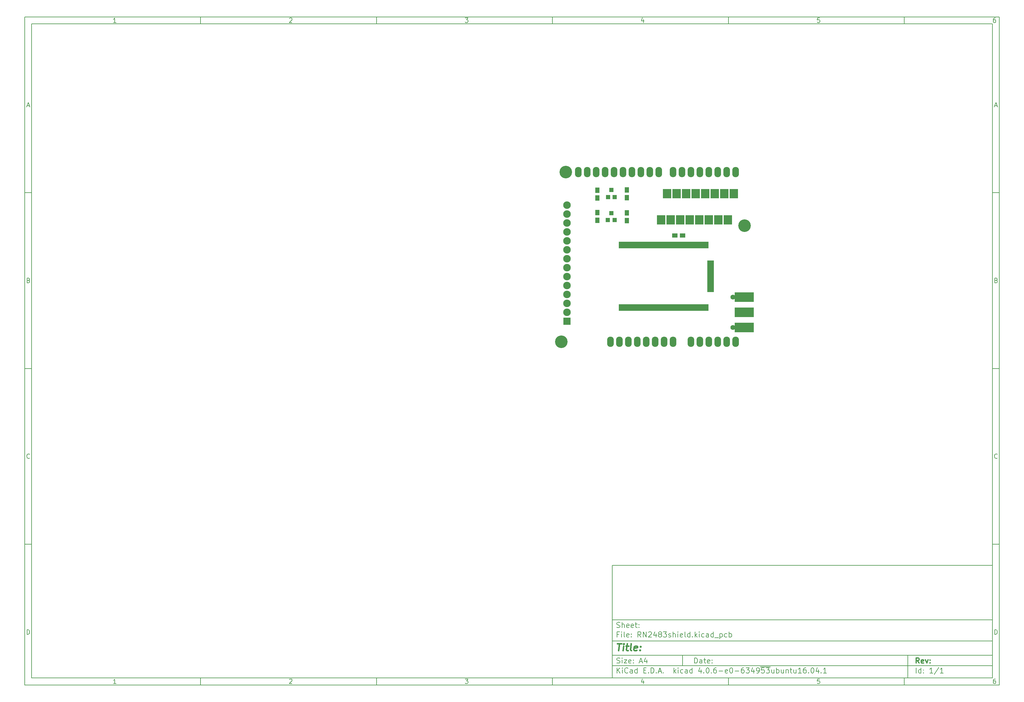
<source format=gts>
%TF.GenerationSoftware,KiCad,Pcbnew,4.0.6-e0-6349~53~ubuntu16.04.1*%
%TF.CreationDate,2017-06-05T20:25:56+01:00*%
%TF.ProjectId,RN2483shield,524E32343833736869656C642E6B6963,rev?*%
%TF.FileFunction,Soldermask,Top*%
%FSLAX46Y46*%
G04 Gerber Fmt 4.6, Leading zero omitted, Abs format (unit mm)*
G04 Created by KiCad (PCBNEW 4.0.6-e0-6349~53~ubuntu16.04.1) date Mon Jun  5 20:25:56 2017*
%MOMM*%
%LPD*%
G01*
G04 APERTURE LIST*
%ADD10C,0.100000*%
%ADD11C,0.150000*%
%ADD12C,0.300000*%
%ADD13C,0.400000*%
%ADD14R,1.416000X1.924000*%
%ADD15R,1.924000X1.416000*%
%ADD16R,2.400000X1.400000*%
%ADD17R,2.150000X2.050000*%
%ADD18C,2.150000*%
%ADD19R,1.200000X1.300000*%
%ADD20R,1.600000X1.300000*%
%ADD21R,1.300000X1.600000*%
%ADD22O,1.924000X2.940000*%
%ADD23C,3.575000*%
%ADD24C,1.400000*%
%ADD25R,5.480000X2.686000*%
%ADD26C,1.924000*%
G04 APERTURE END LIST*
D10*
D11*
X177002200Y-166007200D02*
X177002200Y-198007200D01*
X285002200Y-198007200D01*
X285002200Y-166007200D01*
X177002200Y-166007200D01*
D10*
D11*
X10000000Y-10000000D02*
X10000000Y-200007200D01*
X287002200Y-200007200D01*
X287002200Y-10000000D01*
X10000000Y-10000000D01*
D10*
D11*
X12000000Y-12000000D02*
X12000000Y-198007200D01*
X285002200Y-198007200D01*
X285002200Y-12000000D01*
X12000000Y-12000000D01*
D10*
D11*
X60000000Y-12000000D02*
X60000000Y-10000000D01*
D10*
D11*
X110000000Y-12000000D02*
X110000000Y-10000000D01*
D10*
D11*
X160000000Y-12000000D02*
X160000000Y-10000000D01*
D10*
D11*
X210000000Y-12000000D02*
X210000000Y-10000000D01*
D10*
D11*
X260000000Y-12000000D02*
X260000000Y-10000000D01*
D10*
D11*
X35990476Y-11588095D02*
X35247619Y-11588095D01*
X35619048Y-11588095D02*
X35619048Y-10288095D01*
X35495238Y-10473810D01*
X35371429Y-10597619D01*
X35247619Y-10659524D01*
D10*
D11*
X85247619Y-10411905D02*
X85309524Y-10350000D01*
X85433333Y-10288095D01*
X85742857Y-10288095D01*
X85866667Y-10350000D01*
X85928571Y-10411905D01*
X85990476Y-10535714D01*
X85990476Y-10659524D01*
X85928571Y-10845238D01*
X85185714Y-11588095D01*
X85990476Y-11588095D01*
D10*
D11*
X135185714Y-10288095D02*
X135990476Y-10288095D01*
X135557143Y-10783333D01*
X135742857Y-10783333D01*
X135866667Y-10845238D01*
X135928571Y-10907143D01*
X135990476Y-11030952D01*
X135990476Y-11340476D01*
X135928571Y-11464286D01*
X135866667Y-11526190D01*
X135742857Y-11588095D01*
X135371429Y-11588095D01*
X135247619Y-11526190D01*
X135185714Y-11464286D01*
D10*
D11*
X185866667Y-10721429D02*
X185866667Y-11588095D01*
X185557143Y-10226190D02*
X185247619Y-11154762D01*
X186052381Y-11154762D01*
D10*
D11*
X235928571Y-10288095D02*
X235309524Y-10288095D01*
X235247619Y-10907143D01*
X235309524Y-10845238D01*
X235433333Y-10783333D01*
X235742857Y-10783333D01*
X235866667Y-10845238D01*
X235928571Y-10907143D01*
X235990476Y-11030952D01*
X235990476Y-11340476D01*
X235928571Y-11464286D01*
X235866667Y-11526190D01*
X235742857Y-11588095D01*
X235433333Y-11588095D01*
X235309524Y-11526190D01*
X235247619Y-11464286D01*
D10*
D11*
X285866667Y-10288095D02*
X285619048Y-10288095D01*
X285495238Y-10350000D01*
X285433333Y-10411905D01*
X285309524Y-10597619D01*
X285247619Y-10845238D01*
X285247619Y-11340476D01*
X285309524Y-11464286D01*
X285371429Y-11526190D01*
X285495238Y-11588095D01*
X285742857Y-11588095D01*
X285866667Y-11526190D01*
X285928571Y-11464286D01*
X285990476Y-11340476D01*
X285990476Y-11030952D01*
X285928571Y-10907143D01*
X285866667Y-10845238D01*
X285742857Y-10783333D01*
X285495238Y-10783333D01*
X285371429Y-10845238D01*
X285309524Y-10907143D01*
X285247619Y-11030952D01*
D10*
D11*
X60000000Y-198007200D02*
X60000000Y-200007200D01*
D10*
D11*
X110000000Y-198007200D02*
X110000000Y-200007200D01*
D10*
D11*
X160000000Y-198007200D02*
X160000000Y-200007200D01*
D10*
D11*
X210000000Y-198007200D02*
X210000000Y-200007200D01*
D10*
D11*
X260000000Y-198007200D02*
X260000000Y-200007200D01*
D10*
D11*
X35990476Y-199595295D02*
X35247619Y-199595295D01*
X35619048Y-199595295D02*
X35619048Y-198295295D01*
X35495238Y-198481010D01*
X35371429Y-198604819D01*
X35247619Y-198666724D01*
D10*
D11*
X85247619Y-198419105D02*
X85309524Y-198357200D01*
X85433333Y-198295295D01*
X85742857Y-198295295D01*
X85866667Y-198357200D01*
X85928571Y-198419105D01*
X85990476Y-198542914D01*
X85990476Y-198666724D01*
X85928571Y-198852438D01*
X85185714Y-199595295D01*
X85990476Y-199595295D01*
D10*
D11*
X135185714Y-198295295D02*
X135990476Y-198295295D01*
X135557143Y-198790533D01*
X135742857Y-198790533D01*
X135866667Y-198852438D01*
X135928571Y-198914343D01*
X135990476Y-199038152D01*
X135990476Y-199347676D01*
X135928571Y-199471486D01*
X135866667Y-199533390D01*
X135742857Y-199595295D01*
X135371429Y-199595295D01*
X135247619Y-199533390D01*
X135185714Y-199471486D01*
D10*
D11*
X185866667Y-198728629D02*
X185866667Y-199595295D01*
X185557143Y-198233390D02*
X185247619Y-199161962D01*
X186052381Y-199161962D01*
D10*
D11*
X235928571Y-198295295D02*
X235309524Y-198295295D01*
X235247619Y-198914343D01*
X235309524Y-198852438D01*
X235433333Y-198790533D01*
X235742857Y-198790533D01*
X235866667Y-198852438D01*
X235928571Y-198914343D01*
X235990476Y-199038152D01*
X235990476Y-199347676D01*
X235928571Y-199471486D01*
X235866667Y-199533390D01*
X235742857Y-199595295D01*
X235433333Y-199595295D01*
X235309524Y-199533390D01*
X235247619Y-199471486D01*
D10*
D11*
X285866667Y-198295295D02*
X285619048Y-198295295D01*
X285495238Y-198357200D01*
X285433333Y-198419105D01*
X285309524Y-198604819D01*
X285247619Y-198852438D01*
X285247619Y-199347676D01*
X285309524Y-199471486D01*
X285371429Y-199533390D01*
X285495238Y-199595295D01*
X285742857Y-199595295D01*
X285866667Y-199533390D01*
X285928571Y-199471486D01*
X285990476Y-199347676D01*
X285990476Y-199038152D01*
X285928571Y-198914343D01*
X285866667Y-198852438D01*
X285742857Y-198790533D01*
X285495238Y-198790533D01*
X285371429Y-198852438D01*
X285309524Y-198914343D01*
X285247619Y-199038152D01*
D10*
D11*
X10000000Y-60000000D02*
X12000000Y-60000000D01*
D10*
D11*
X10000000Y-110000000D02*
X12000000Y-110000000D01*
D10*
D11*
X10000000Y-160000000D02*
X12000000Y-160000000D01*
D10*
D11*
X10690476Y-35216667D02*
X11309524Y-35216667D01*
X10566667Y-35588095D02*
X11000000Y-34288095D01*
X11433333Y-35588095D01*
D10*
D11*
X11092857Y-84907143D02*
X11278571Y-84969048D01*
X11340476Y-85030952D01*
X11402381Y-85154762D01*
X11402381Y-85340476D01*
X11340476Y-85464286D01*
X11278571Y-85526190D01*
X11154762Y-85588095D01*
X10659524Y-85588095D01*
X10659524Y-84288095D01*
X11092857Y-84288095D01*
X11216667Y-84350000D01*
X11278571Y-84411905D01*
X11340476Y-84535714D01*
X11340476Y-84659524D01*
X11278571Y-84783333D01*
X11216667Y-84845238D01*
X11092857Y-84907143D01*
X10659524Y-84907143D01*
D10*
D11*
X11402381Y-135464286D02*
X11340476Y-135526190D01*
X11154762Y-135588095D01*
X11030952Y-135588095D01*
X10845238Y-135526190D01*
X10721429Y-135402381D01*
X10659524Y-135278571D01*
X10597619Y-135030952D01*
X10597619Y-134845238D01*
X10659524Y-134597619D01*
X10721429Y-134473810D01*
X10845238Y-134350000D01*
X11030952Y-134288095D01*
X11154762Y-134288095D01*
X11340476Y-134350000D01*
X11402381Y-134411905D01*
D10*
D11*
X10659524Y-185588095D02*
X10659524Y-184288095D01*
X10969048Y-184288095D01*
X11154762Y-184350000D01*
X11278571Y-184473810D01*
X11340476Y-184597619D01*
X11402381Y-184845238D01*
X11402381Y-185030952D01*
X11340476Y-185278571D01*
X11278571Y-185402381D01*
X11154762Y-185526190D01*
X10969048Y-185588095D01*
X10659524Y-185588095D01*
D10*
D11*
X287002200Y-60000000D02*
X285002200Y-60000000D01*
D10*
D11*
X287002200Y-110000000D02*
X285002200Y-110000000D01*
D10*
D11*
X287002200Y-160000000D02*
X285002200Y-160000000D01*
D10*
D11*
X285692676Y-35216667D02*
X286311724Y-35216667D01*
X285568867Y-35588095D02*
X286002200Y-34288095D01*
X286435533Y-35588095D01*
D10*
D11*
X286095057Y-84907143D02*
X286280771Y-84969048D01*
X286342676Y-85030952D01*
X286404581Y-85154762D01*
X286404581Y-85340476D01*
X286342676Y-85464286D01*
X286280771Y-85526190D01*
X286156962Y-85588095D01*
X285661724Y-85588095D01*
X285661724Y-84288095D01*
X286095057Y-84288095D01*
X286218867Y-84350000D01*
X286280771Y-84411905D01*
X286342676Y-84535714D01*
X286342676Y-84659524D01*
X286280771Y-84783333D01*
X286218867Y-84845238D01*
X286095057Y-84907143D01*
X285661724Y-84907143D01*
D10*
D11*
X286404581Y-135464286D02*
X286342676Y-135526190D01*
X286156962Y-135588095D01*
X286033152Y-135588095D01*
X285847438Y-135526190D01*
X285723629Y-135402381D01*
X285661724Y-135278571D01*
X285599819Y-135030952D01*
X285599819Y-134845238D01*
X285661724Y-134597619D01*
X285723629Y-134473810D01*
X285847438Y-134350000D01*
X286033152Y-134288095D01*
X286156962Y-134288095D01*
X286342676Y-134350000D01*
X286404581Y-134411905D01*
D10*
D11*
X285661724Y-185588095D02*
X285661724Y-184288095D01*
X285971248Y-184288095D01*
X286156962Y-184350000D01*
X286280771Y-184473810D01*
X286342676Y-184597619D01*
X286404581Y-184845238D01*
X286404581Y-185030952D01*
X286342676Y-185278571D01*
X286280771Y-185402381D01*
X286156962Y-185526190D01*
X285971248Y-185588095D01*
X285661724Y-185588095D01*
D10*
D11*
X200359343Y-193785771D02*
X200359343Y-192285771D01*
X200716486Y-192285771D01*
X200930771Y-192357200D01*
X201073629Y-192500057D01*
X201145057Y-192642914D01*
X201216486Y-192928629D01*
X201216486Y-193142914D01*
X201145057Y-193428629D01*
X201073629Y-193571486D01*
X200930771Y-193714343D01*
X200716486Y-193785771D01*
X200359343Y-193785771D01*
X202502200Y-193785771D02*
X202502200Y-193000057D01*
X202430771Y-192857200D01*
X202287914Y-192785771D01*
X202002200Y-192785771D01*
X201859343Y-192857200D01*
X202502200Y-193714343D02*
X202359343Y-193785771D01*
X202002200Y-193785771D01*
X201859343Y-193714343D01*
X201787914Y-193571486D01*
X201787914Y-193428629D01*
X201859343Y-193285771D01*
X202002200Y-193214343D01*
X202359343Y-193214343D01*
X202502200Y-193142914D01*
X203002200Y-192785771D02*
X203573629Y-192785771D01*
X203216486Y-192285771D02*
X203216486Y-193571486D01*
X203287914Y-193714343D01*
X203430772Y-193785771D01*
X203573629Y-193785771D01*
X204645057Y-193714343D02*
X204502200Y-193785771D01*
X204216486Y-193785771D01*
X204073629Y-193714343D01*
X204002200Y-193571486D01*
X204002200Y-193000057D01*
X204073629Y-192857200D01*
X204216486Y-192785771D01*
X204502200Y-192785771D01*
X204645057Y-192857200D01*
X204716486Y-193000057D01*
X204716486Y-193142914D01*
X204002200Y-193285771D01*
X205359343Y-193642914D02*
X205430771Y-193714343D01*
X205359343Y-193785771D01*
X205287914Y-193714343D01*
X205359343Y-193642914D01*
X205359343Y-193785771D01*
X205359343Y-192857200D02*
X205430771Y-192928629D01*
X205359343Y-193000057D01*
X205287914Y-192928629D01*
X205359343Y-192857200D01*
X205359343Y-193000057D01*
D10*
D11*
X177002200Y-194507200D02*
X285002200Y-194507200D01*
D10*
D11*
X178359343Y-196585771D02*
X178359343Y-195085771D01*
X179216486Y-196585771D02*
X178573629Y-195728629D01*
X179216486Y-195085771D02*
X178359343Y-195942914D01*
X179859343Y-196585771D02*
X179859343Y-195585771D01*
X179859343Y-195085771D02*
X179787914Y-195157200D01*
X179859343Y-195228629D01*
X179930771Y-195157200D01*
X179859343Y-195085771D01*
X179859343Y-195228629D01*
X181430772Y-196442914D02*
X181359343Y-196514343D01*
X181145057Y-196585771D01*
X181002200Y-196585771D01*
X180787915Y-196514343D01*
X180645057Y-196371486D01*
X180573629Y-196228629D01*
X180502200Y-195942914D01*
X180502200Y-195728629D01*
X180573629Y-195442914D01*
X180645057Y-195300057D01*
X180787915Y-195157200D01*
X181002200Y-195085771D01*
X181145057Y-195085771D01*
X181359343Y-195157200D01*
X181430772Y-195228629D01*
X182716486Y-196585771D02*
X182716486Y-195800057D01*
X182645057Y-195657200D01*
X182502200Y-195585771D01*
X182216486Y-195585771D01*
X182073629Y-195657200D01*
X182716486Y-196514343D02*
X182573629Y-196585771D01*
X182216486Y-196585771D01*
X182073629Y-196514343D01*
X182002200Y-196371486D01*
X182002200Y-196228629D01*
X182073629Y-196085771D01*
X182216486Y-196014343D01*
X182573629Y-196014343D01*
X182716486Y-195942914D01*
X184073629Y-196585771D02*
X184073629Y-195085771D01*
X184073629Y-196514343D02*
X183930772Y-196585771D01*
X183645058Y-196585771D01*
X183502200Y-196514343D01*
X183430772Y-196442914D01*
X183359343Y-196300057D01*
X183359343Y-195871486D01*
X183430772Y-195728629D01*
X183502200Y-195657200D01*
X183645058Y-195585771D01*
X183930772Y-195585771D01*
X184073629Y-195657200D01*
X185930772Y-195800057D02*
X186430772Y-195800057D01*
X186645058Y-196585771D02*
X185930772Y-196585771D01*
X185930772Y-195085771D01*
X186645058Y-195085771D01*
X187287915Y-196442914D02*
X187359343Y-196514343D01*
X187287915Y-196585771D01*
X187216486Y-196514343D01*
X187287915Y-196442914D01*
X187287915Y-196585771D01*
X188002201Y-196585771D02*
X188002201Y-195085771D01*
X188359344Y-195085771D01*
X188573629Y-195157200D01*
X188716487Y-195300057D01*
X188787915Y-195442914D01*
X188859344Y-195728629D01*
X188859344Y-195942914D01*
X188787915Y-196228629D01*
X188716487Y-196371486D01*
X188573629Y-196514343D01*
X188359344Y-196585771D01*
X188002201Y-196585771D01*
X189502201Y-196442914D02*
X189573629Y-196514343D01*
X189502201Y-196585771D01*
X189430772Y-196514343D01*
X189502201Y-196442914D01*
X189502201Y-196585771D01*
X190145058Y-196157200D02*
X190859344Y-196157200D01*
X190002201Y-196585771D02*
X190502201Y-195085771D01*
X191002201Y-196585771D01*
X191502201Y-196442914D02*
X191573629Y-196514343D01*
X191502201Y-196585771D01*
X191430772Y-196514343D01*
X191502201Y-196442914D01*
X191502201Y-196585771D01*
X194502201Y-196585771D02*
X194502201Y-195085771D01*
X194645058Y-196014343D02*
X195073629Y-196585771D01*
X195073629Y-195585771D02*
X194502201Y-196157200D01*
X195716487Y-196585771D02*
X195716487Y-195585771D01*
X195716487Y-195085771D02*
X195645058Y-195157200D01*
X195716487Y-195228629D01*
X195787915Y-195157200D01*
X195716487Y-195085771D01*
X195716487Y-195228629D01*
X197073630Y-196514343D02*
X196930773Y-196585771D01*
X196645059Y-196585771D01*
X196502201Y-196514343D01*
X196430773Y-196442914D01*
X196359344Y-196300057D01*
X196359344Y-195871486D01*
X196430773Y-195728629D01*
X196502201Y-195657200D01*
X196645059Y-195585771D01*
X196930773Y-195585771D01*
X197073630Y-195657200D01*
X198359344Y-196585771D02*
X198359344Y-195800057D01*
X198287915Y-195657200D01*
X198145058Y-195585771D01*
X197859344Y-195585771D01*
X197716487Y-195657200D01*
X198359344Y-196514343D02*
X198216487Y-196585771D01*
X197859344Y-196585771D01*
X197716487Y-196514343D01*
X197645058Y-196371486D01*
X197645058Y-196228629D01*
X197716487Y-196085771D01*
X197859344Y-196014343D01*
X198216487Y-196014343D01*
X198359344Y-195942914D01*
X199716487Y-196585771D02*
X199716487Y-195085771D01*
X199716487Y-196514343D02*
X199573630Y-196585771D01*
X199287916Y-196585771D01*
X199145058Y-196514343D01*
X199073630Y-196442914D01*
X199002201Y-196300057D01*
X199002201Y-195871486D01*
X199073630Y-195728629D01*
X199145058Y-195657200D01*
X199287916Y-195585771D01*
X199573630Y-195585771D01*
X199716487Y-195657200D01*
X202216487Y-195585771D02*
X202216487Y-196585771D01*
X201859344Y-195014343D02*
X201502201Y-196085771D01*
X202430773Y-196085771D01*
X203002201Y-196442914D02*
X203073629Y-196514343D01*
X203002201Y-196585771D01*
X202930772Y-196514343D01*
X203002201Y-196442914D01*
X203002201Y-196585771D01*
X204002201Y-195085771D02*
X204145058Y-195085771D01*
X204287915Y-195157200D01*
X204359344Y-195228629D01*
X204430773Y-195371486D01*
X204502201Y-195657200D01*
X204502201Y-196014343D01*
X204430773Y-196300057D01*
X204359344Y-196442914D01*
X204287915Y-196514343D01*
X204145058Y-196585771D01*
X204002201Y-196585771D01*
X203859344Y-196514343D01*
X203787915Y-196442914D01*
X203716487Y-196300057D01*
X203645058Y-196014343D01*
X203645058Y-195657200D01*
X203716487Y-195371486D01*
X203787915Y-195228629D01*
X203859344Y-195157200D01*
X204002201Y-195085771D01*
X205145058Y-196442914D02*
X205216486Y-196514343D01*
X205145058Y-196585771D01*
X205073629Y-196514343D01*
X205145058Y-196442914D01*
X205145058Y-196585771D01*
X206502201Y-195085771D02*
X206216487Y-195085771D01*
X206073630Y-195157200D01*
X206002201Y-195228629D01*
X205859344Y-195442914D01*
X205787915Y-195728629D01*
X205787915Y-196300057D01*
X205859344Y-196442914D01*
X205930772Y-196514343D01*
X206073630Y-196585771D01*
X206359344Y-196585771D01*
X206502201Y-196514343D01*
X206573630Y-196442914D01*
X206645058Y-196300057D01*
X206645058Y-195942914D01*
X206573630Y-195800057D01*
X206502201Y-195728629D01*
X206359344Y-195657200D01*
X206073630Y-195657200D01*
X205930772Y-195728629D01*
X205859344Y-195800057D01*
X205787915Y-195942914D01*
X207287915Y-196014343D02*
X208430772Y-196014343D01*
X209716486Y-196514343D02*
X209573629Y-196585771D01*
X209287915Y-196585771D01*
X209145058Y-196514343D01*
X209073629Y-196371486D01*
X209073629Y-195800057D01*
X209145058Y-195657200D01*
X209287915Y-195585771D01*
X209573629Y-195585771D01*
X209716486Y-195657200D01*
X209787915Y-195800057D01*
X209787915Y-195942914D01*
X209073629Y-196085771D01*
X210716486Y-195085771D02*
X210859343Y-195085771D01*
X211002200Y-195157200D01*
X211073629Y-195228629D01*
X211145058Y-195371486D01*
X211216486Y-195657200D01*
X211216486Y-196014343D01*
X211145058Y-196300057D01*
X211073629Y-196442914D01*
X211002200Y-196514343D01*
X210859343Y-196585771D01*
X210716486Y-196585771D01*
X210573629Y-196514343D01*
X210502200Y-196442914D01*
X210430772Y-196300057D01*
X210359343Y-196014343D01*
X210359343Y-195657200D01*
X210430772Y-195371486D01*
X210502200Y-195228629D01*
X210573629Y-195157200D01*
X210716486Y-195085771D01*
X211859343Y-196014343D02*
X213002200Y-196014343D01*
X214359343Y-195085771D02*
X214073629Y-195085771D01*
X213930772Y-195157200D01*
X213859343Y-195228629D01*
X213716486Y-195442914D01*
X213645057Y-195728629D01*
X213645057Y-196300057D01*
X213716486Y-196442914D01*
X213787914Y-196514343D01*
X213930772Y-196585771D01*
X214216486Y-196585771D01*
X214359343Y-196514343D01*
X214430772Y-196442914D01*
X214502200Y-196300057D01*
X214502200Y-195942914D01*
X214430772Y-195800057D01*
X214359343Y-195728629D01*
X214216486Y-195657200D01*
X213930772Y-195657200D01*
X213787914Y-195728629D01*
X213716486Y-195800057D01*
X213645057Y-195942914D01*
X215002200Y-195085771D02*
X215930771Y-195085771D01*
X215430771Y-195657200D01*
X215645057Y-195657200D01*
X215787914Y-195728629D01*
X215859343Y-195800057D01*
X215930771Y-195942914D01*
X215930771Y-196300057D01*
X215859343Y-196442914D01*
X215787914Y-196514343D01*
X215645057Y-196585771D01*
X215216485Y-196585771D01*
X215073628Y-196514343D01*
X215002200Y-196442914D01*
X217216485Y-195585771D02*
X217216485Y-196585771D01*
X216859342Y-195014343D02*
X216502199Y-196085771D01*
X217430771Y-196085771D01*
X218073627Y-196585771D02*
X218359342Y-196585771D01*
X218502199Y-196514343D01*
X218573627Y-196442914D01*
X218716485Y-196228629D01*
X218787913Y-195942914D01*
X218787913Y-195371486D01*
X218716485Y-195228629D01*
X218645056Y-195157200D01*
X218502199Y-195085771D01*
X218216485Y-195085771D01*
X218073627Y-195157200D01*
X218002199Y-195228629D01*
X217930770Y-195371486D01*
X217930770Y-195728629D01*
X218002199Y-195871486D01*
X218073627Y-195942914D01*
X218216485Y-196014343D01*
X218502199Y-196014343D01*
X218645056Y-195942914D01*
X218716485Y-195871486D01*
X218787913Y-195728629D01*
X220145056Y-195085771D02*
X219430770Y-195085771D01*
X219359341Y-195800057D01*
X219430770Y-195728629D01*
X219573627Y-195657200D01*
X219930770Y-195657200D01*
X220073627Y-195728629D01*
X220145056Y-195800057D01*
X220216484Y-195942914D01*
X220216484Y-196300057D01*
X220145056Y-196442914D01*
X220073627Y-196514343D01*
X219930770Y-196585771D01*
X219573627Y-196585771D01*
X219430770Y-196514343D01*
X219359341Y-196442914D01*
X220716484Y-195085771D02*
X221645055Y-195085771D01*
X221145055Y-195657200D01*
X221359341Y-195657200D01*
X221502198Y-195728629D01*
X221573627Y-195800057D01*
X221645055Y-195942914D01*
X221645055Y-196300057D01*
X221573627Y-196442914D01*
X221502198Y-196514343D01*
X221359341Y-196585771D01*
X220930769Y-196585771D01*
X220787912Y-196514343D01*
X220716484Y-196442914D01*
X219073627Y-194827200D02*
X221930769Y-194827200D01*
X222930769Y-195585771D02*
X222930769Y-196585771D01*
X222287912Y-195585771D02*
X222287912Y-196371486D01*
X222359340Y-196514343D01*
X222502198Y-196585771D01*
X222716483Y-196585771D01*
X222859340Y-196514343D01*
X222930769Y-196442914D01*
X223645055Y-196585771D02*
X223645055Y-195085771D01*
X223645055Y-195657200D02*
X223787912Y-195585771D01*
X224073626Y-195585771D01*
X224216483Y-195657200D01*
X224287912Y-195728629D01*
X224359341Y-195871486D01*
X224359341Y-196300057D01*
X224287912Y-196442914D01*
X224216483Y-196514343D01*
X224073626Y-196585771D01*
X223787912Y-196585771D01*
X223645055Y-196514343D01*
X225645055Y-195585771D02*
X225645055Y-196585771D01*
X225002198Y-195585771D02*
X225002198Y-196371486D01*
X225073626Y-196514343D01*
X225216484Y-196585771D01*
X225430769Y-196585771D01*
X225573626Y-196514343D01*
X225645055Y-196442914D01*
X226359341Y-195585771D02*
X226359341Y-196585771D01*
X226359341Y-195728629D02*
X226430769Y-195657200D01*
X226573627Y-195585771D01*
X226787912Y-195585771D01*
X226930769Y-195657200D01*
X227002198Y-195800057D01*
X227002198Y-196585771D01*
X227502198Y-195585771D02*
X228073627Y-195585771D01*
X227716484Y-195085771D02*
X227716484Y-196371486D01*
X227787912Y-196514343D01*
X227930770Y-196585771D01*
X228073627Y-196585771D01*
X229216484Y-195585771D02*
X229216484Y-196585771D01*
X228573627Y-195585771D02*
X228573627Y-196371486D01*
X228645055Y-196514343D01*
X228787913Y-196585771D01*
X229002198Y-196585771D01*
X229145055Y-196514343D01*
X229216484Y-196442914D01*
X230716484Y-196585771D02*
X229859341Y-196585771D01*
X230287913Y-196585771D02*
X230287913Y-195085771D01*
X230145056Y-195300057D01*
X230002198Y-195442914D01*
X229859341Y-195514343D01*
X232002198Y-195085771D02*
X231716484Y-195085771D01*
X231573627Y-195157200D01*
X231502198Y-195228629D01*
X231359341Y-195442914D01*
X231287912Y-195728629D01*
X231287912Y-196300057D01*
X231359341Y-196442914D01*
X231430769Y-196514343D01*
X231573627Y-196585771D01*
X231859341Y-196585771D01*
X232002198Y-196514343D01*
X232073627Y-196442914D01*
X232145055Y-196300057D01*
X232145055Y-195942914D01*
X232073627Y-195800057D01*
X232002198Y-195728629D01*
X231859341Y-195657200D01*
X231573627Y-195657200D01*
X231430769Y-195728629D01*
X231359341Y-195800057D01*
X231287912Y-195942914D01*
X232787912Y-196442914D02*
X232859340Y-196514343D01*
X232787912Y-196585771D01*
X232716483Y-196514343D01*
X232787912Y-196442914D01*
X232787912Y-196585771D01*
X233787912Y-195085771D02*
X233930769Y-195085771D01*
X234073626Y-195157200D01*
X234145055Y-195228629D01*
X234216484Y-195371486D01*
X234287912Y-195657200D01*
X234287912Y-196014343D01*
X234216484Y-196300057D01*
X234145055Y-196442914D01*
X234073626Y-196514343D01*
X233930769Y-196585771D01*
X233787912Y-196585771D01*
X233645055Y-196514343D01*
X233573626Y-196442914D01*
X233502198Y-196300057D01*
X233430769Y-196014343D01*
X233430769Y-195657200D01*
X233502198Y-195371486D01*
X233573626Y-195228629D01*
X233645055Y-195157200D01*
X233787912Y-195085771D01*
X235573626Y-195585771D02*
X235573626Y-196585771D01*
X235216483Y-195014343D02*
X234859340Y-196085771D01*
X235787912Y-196085771D01*
X236359340Y-196442914D02*
X236430768Y-196514343D01*
X236359340Y-196585771D01*
X236287911Y-196514343D01*
X236359340Y-196442914D01*
X236359340Y-196585771D01*
X237859340Y-196585771D02*
X237002197Y-196585771D01*
X237430769Y-196585771D02*
X237430769Y-195085771D01*
X237287912Y-195300057D01*
X237145054Y-195442914D01*
X237002197Y-195514343D01*
D10*
D11*
X177002200Y-191507200D02*
X285002200Y-191507200D01*
D10*
D12*
X264216486Y-193785771D02*
X263716486Y-193071486D01*
X263359343Y-193785771D02*
X263359343Y-192285771D01*
X263930771Y-192285771D01*
X264073629Y-192357200D01*
X264145057Y-192428629D01*
X264216486Y-192571486D01*
X264216486Y-192785771D01*
X264145057Y-192928629D01*
X264073629Y-193000057D01*
X263930771Y-193071486D01*
X263359343Y-193071486D01*
X265430771Y-193714343D02*
X265287914Y-193785771D01*
X265002200Y-193785771D01*
X264859343Y-193714343D01*
X264787914Y-193571486D01*
X264787914Y-193000057D01*
X264859343Y-192857200D01*
X265002200Y-192785771D01*
X265287914Y-192785771D01*
X265430771Y-192857200D01*
X265502200Y-193000057D01*
X265502200Y-193142914D01*
X264787914Y-193285771D01*
X266002200Y-192785771D02*
X266359343Y-193785771D01*
X266716485Y-192785771D01*
X267287914Y-193642914D02*
X267359342Y-193714343D01*
X267287914Y-193785771D01*
X267216485Y-193714343D01*
X267287914Y-193642914D01*
X267287914Y-193785771D01*
X267287914Y-192857200D02*
X267359342Y-192928629D01*
X267287914Y-193000057D01*
X267216485Y-192928629D01*
X267287914Y-192857200D01*
X267287914Y-193000057D01*
D10*
D11*
X178287914Y-193714343D02*
X178502200Y-193785771D01*
X178859343Y-193785771D01*
X179002200Y-193714343D01*
X179073629Y-193642914D01*
X179145057Y-193500057D01*
X179145057Y-193357200D01*
X179073629Y-193214343D01*
X179002200Y-193142914D01*
X178859343Y-193071486D01*
X178573629Y-193000057D01*
X178430771Y-192928629D01*
X178359343Y-192857200D01*
X178287914Y-192714343D01*
X178287914Y-192571486D01*
X178359343Y-192428629D01*
X178430771Y-192357200D01*
X178573629Y-192285771D01*
X178930771Y-192285771D01*
X179145057Y-192357200D01*
X179787914Y-193785771D02*
X179787914Y-192785771D01*
X179787914Y-192285771D02*
X179716485Y-192357200D01*
X179787914Y-192428629D01*
X179859342Y-192357200D01*
X179787914Y-192285771D01*
X179787914Y-192428629D01*
X180359343Y-192785771D02*
X181145057Y-192785771D01*
X180359343Y-193785771D01*
X181145057Y-193785771D01*
X182287914Y-193714343D02*
X182145057Y-193785771D01*
X181859343Y-193785771D01*
X181716486Y-193714343D01*
X181645057Y-193571486D01*
X181645057Y-193000057D01*
X181716486Y-192857200D01*
X181859343Y-192785771D01*
X182145057Y-192785771D01*
X182287914Y-192857200D01*
X182359343Y-193000057D01*
X182359343Y-193142914D01*
X181645057Y-193285771D01*
X183002200Y-193642914D02*
X183073628Y-193714343D01*
X183002200Y-193785771D01*
X182930771Y-193714343D01*
X183002200Y-193642914D01*
X183002200Y-193785771D01*
X183002200Y-192857200D02*
X183073628Y-192928629D01*
X183002200Y-193000057D01*
X182930771Y-192928629D01*
X183002200Y-192857200D01*
X183002200Y-193000057D01*
X184787914Y-193357200D02*
X185502200Y-193357200D01*
X184645057Y-193785771D02*
X185145057Y-192285771D01*
X185645057Y-193785771D01*
X186787914Y-192785771D02*
X186787914Y-193785771D01*
X186430771Y-192214343D02*
X186073628Y-193285771D01*
X187002200Y-193285771D01*
D10*
D11*
X263359343Y-196585771D02*
X263359343Y-195085771D01*
X264716486Y-196585771D02*
X264716486Y-195085771D01*
X264716486Y-196514343D02*
X264573629Y-196585771D01*
X264287915Y-196585771D01*
X264145057Y-196514343D01*
X264073629Y-196442914D01*
X264002200Y-196300057D01*
X264002200Y-195871486D01*
X264073629Y-195728629D01*
X264145057Y-195657200D01*
X264287915Y-195585771D01*
X264573629Y-195585771D01*
X264716486Y-195657200D01*
X265430772Y-196442914D02*
X265502200Y-196514343D01*
X265430772Y-196585771D01*
X265359343Y-196514343D01*
X265430772Y-196442914D01*
X265430772Y-196585771D01*
X265430772Y-195657200D02*
X265502200Y-195728629D01*
X265430772Y-195800057D01*
X265359343Y-195728629D01*
X265430772Y-195657200D01*
X265430772Y-195800057D01*
X268073629Y-196585771D02*
X267216486Y-196585771D01*
X267645058Y-196585771D02*
X267645058Y-195085771D01*
X267502201Y-195300057D01*
X267359343Y-195442914D01*
X267216486Y-195514343D01*
X269787914Y-195014343D02*
X268502200Y-196942914D01*
X271073629Y-196585771D02*
X270216486Y-196585771D01*
X270645058Y-196585771D02*
X270645058Y-195085771D01*
X270502201Y-195300057D01*
X270359343Y-195442914D01*
X270216486Y-195514343D01*
D10*
D11*
X177002200Y-187507200D02*
X285002200Y-187507200D01*
D10*
D13*
X178454581Y-188211962D02*
X179597438Y-188211962D01*
X178776010Y-190211962D02*
X179026010Y-188211962D01*
X180014105Y-190211962D02*
X180180771Y-188878629D01*
X180264105Y-188211962D02*
X180156962Y-188307200D01*
X180240295Y-188402438D01*
X180347439Y-188307200D01*
X180264105Y-188211962D01*
X180240295Y-188402438D01*
X180847438Y-188878629D02*
X181609343Y-188878629D01*
X181216486Y-188211962D02*
X181002200Y-189926248D01*
X181073630Y-190116724D01*
X181252201Y-190211962D01*
X181442677Y-190211962D01*
X182395058Y-190211962D02*
X182216487Y-190116724D01*
X182145057Y-189926248D01*
X182359343Y-188211962D01*
X183930772Y-190116724D02*
X183728391Y-190211962D01*
X183347439Y-190211962D01*
X183168867Y-190116724D01*
X183097438Y-189926248D01*
X183192676Y-189164343D01*
X183311724Y-188973867D01*
X183514105Y-188878629D01*
X183895057Y-188878629D01*
X184073629Y-188973867D01*
X184145057Y-189164343D01*
X184121248Y-189354819D01*
X183145057Y-189545295D01*
X184895057Y-190021486D02*
X184978392Y-190116724D01*
X184871248Y-190211962D01*
X184787915Y-190116724D01*
X184895057Y-190021486D01*
X184871248Y-190211962D01*
X185026010Y-188973867D02*
X185109344Y-189069105D01*
X185002200Y-189164343D01*
X184918867Y-189069105D01*
X185026010Y-188973867D01*
X185002200Y-189164343D01*
D10*
D11*
X178859343Y-185600057D02*
X178359343Y-185600057D01*
X178359343Y-186385771D02*
X178359343Y-184885771D01*
X179073629Y-184885771D01*
X179645057Y-186385771D02*
X179645057Y-185385771D01*
X179645057Y-184885771D02*
X179573628Y-184957200D01*
X179645057Y-185028629D01*
X179716485Y-184957200D01*
X179645057Y-184885771D01*
X179645057Y-185028629D01*
X180573629Y-186385771D02*
X180430771Y-186314343D01*
X180359343Y-186171486D01*
X180359343Y-184885771D01*
X181716485Y-186314343D02*
X181573628Y-186385771D01*
X181287914Y-186385771D01*
X181145057Y-186314343D01*
X181073628Y-186171486D01*
X181073628Y-185600057D01*
X181145057Y-185457200D01*
X181287914Y-185385771D01*
X181573628Y-185385771D01*
X181716485Y-185457200D01*
X181787914Y-185600057D01*
X181787914Y-185742914D01*
X181073628Y-185885771D01*
X182430771Y-186242914D02*
X182502199Y-186314343D01*
X182430771Y-186385771D01*
X182359342Y-186314343D01*
X182430771Y-186242914D01*
X182430771Y-186385771D01*
X182430771Y-185457200D02*
X182502199Y-185528629D01*
X182430771Y-185600057D01*
X182359342Y-185528629D01*
X182430771Y-185457200D01*
X182430771Y-185600057D01*
X185145057Y-186385771D02*
X184645057Y-185671486D01*
X184287914Y-186385771D02*
X184287914Y-184885771D01*
X184859342Y-184885771D01*
X185002200Y-184957200D01*
X185073628Y-185028629D01*
X185145057Y-185171486D01*
X185145057Y-185385771D01*
X185073628Y-185528629D01*
X185002200Y-185600057D01*
X184859342Y-185671486D01*
X184287914Y-185671486D01*
X185787914Y-186385771D02*
X185787914Y-184885771D01*
X186645057Y-186385771D01*
X186645057Y-184885771D01*
X187287914Y-185028629D02*
X187359343Y-184957200D01*
X187502200Y-184885771D01*
X187859343Y-184885771D01*
X188002200Y-184957200D01*
X188073629Y-185028629D01*
X188145057Y-185171486D01*
X188145057Y-185314343D01*
X188073629Y-185528629D01*
X187216486Y-186385771D01*
X188145057Y-186385771D01*
X189430771Y-185385771D02*
X189430771Y-186385771D01*
X189073628Y-184814343D02*
X188716485Y-185885771D01*
X189645057Y-185885771D01*
X190430771Y-185528629D02*
X190287913Y-185457200D01*
X190216485Y-185385771D01*
X190145056Y-185242914D01*
X190145056Y-185171486D01*
X190216485Y-185028629D01*
X190287913Y-184957200D01*
X190430771Y-184885771D01*
X190716485Y-184885771D01*
X190859342Y-184957200D01*
X190930771Y-185028629D01*
X191002199Y-185171486D01*
X191002199Y-185242914D01*
X190930771Y-185385771D01*
X190859342Y-185457200D01*
X190716485Y-185528629D01*
X190430771Y-185528629D01*
X190287913Y-185600057D01*
X190216485Y-185671486D01*
X190145056Y-185814343D01*
X190145056Y-186100057D01*
X190216485Y-186242914D01*
X190287913Y-186314343D01*
X190430771Y-186385771D01*
X190716485Y-186385771D01*
X190859342Y-186314343D01*
X190930771Y-186242914D01*
X191002199Y-186100057D01*
X191002199Y-185814343D01*
X190930771Y-185671486D01*
X190859342Y-185600057D01*
X190716485Y-185528629D01*
X191502199Y-184885771D02*
X192430770Y-184885771D01*
X191930770Y-185457200D01*
X192145056Y-185457200D01*
X192287913Y-185528629D01*
X192359342Y-185600057D01*
X192430770Y-185742914D01*
X192430770Y-186100057D01*
X192359342Y-186242914D01*
X192287913Y-186314343D01*
X192145056Y-186385771D01*
X191716484Y-186385771D01*
X191573627Y-186314343D01*
X191502199Y-186242914D01*
X193002198Y-186314343D02*
X193145055Y-186385771D01*
X193430770Y-186385771D01*
X193573627Y-186314343D01*
X193645055Y-186171486D01*
X193645055Y-186100057D01*
X193573627Y-185957200D01*
X193430770Y-185885771D01*
X193216484Y-185885771D01*
X193073627Y-185814343D01*
X193002198Y-185671486D01*
X193002198Y-185600057D01*
X193073627Y-185457200D01*
X193216484Y-185385771D01*
X193430770Y-185385771D01*
X193573627Y-185457200D01*
X194287913Y-186385771D02*
X194287913Y-184885771D01*
X194930770Y-186385771D02*
X194930770Y-185600057D01*
X194859341Y-185457200D01*
X194716484Y-185385771D01*
X194502199Y-185385771D01*
X194359341Y-185457200D01*
X194287913Y-185528629D01*
X195645056Y-186385771D02*
X195645056Y-185385771D01*
X195645056Y-184885771D02*
X195573627Y-184957200D01*
X195645056Y-185028629D01*
X195716484Y-184957200D01*
X195645056Y-184885771D01*
X195645056Y-185028629D01*
X196930770Y-186314343D02*
X196787913Y-186385771D01*
X196502199Y-186385771D01*
X196359342Y-186314343D01*
X196287913Y-186171486D01*
X196287913Y-185600057D01*
X196359342Y-185457200D01*
X196502199Y-185385771D01*
X196787913Y-185385771D01*
X196930770Y-185457200D01*
X197002199Y-185600057D01*
X197002199Y-185742914D01*
X196287913Y-185885771D01*
X197859342Y-186385771D02*
X197716484Y-186314343D01*
X197645056Y-186171486D01*
X197645056Y-184885771D01*
X199073627Y-186385771D02*
X199073627Y-184885771D01*
X199073627Y-186314343D02*
X198930770Y-186385771D01*
X198645056Y-186385771D01*
X198502198Y-186314343D01*
X198430770Y-186242914D01*
X198359341Y-186100057D01*
X198359341Y-185671486D01*
X198430770Y-185528629D01*
X198502198Y-185457200D01*
X198645056Y-185385771D01*
X198930770Y-185385771D01*
X199073627Y-185457200D01*
X199787913Y-186242914D02*
X199859341Y-186314343D01*
X199787913Y-186385771D01*
X199716484Y-186314343D01*
X199787913Y-186242914D01*
X199787913Y-186385771D01*
X200502199Y-186385771D02*
X200502199Y-184885771D01*
X200645056Y-185814343D02*
X201073627Y-186385771D01*
X201073627Y-185385771D02*
X200502199Y-185957200D01*
X201716485Y-186385771D02*
X201716485Y-185385771D01*
X201716485Y-184885771D02*
X201645056Y-184957200D01*
X201716485Y-185028629D01*
X201787913Y-184957200D01*
X201716485Y-184885771D01*
X201716485Y-185028629D01*
X203073628Y-186314343D02*
X202930771Y-186385771D01*
X202645057Y-186385771D01*
X202502199Y-186314343D01*
X202430771Y-186242914D01*
X202359342Y-186100057D01*
X202359342Y-185671486D01*
X202430771Y-185528629D01*
X202502199Y-185457200D01*
X202645057Y-185385771D01*
X202930771Y-185385771D01*
X203073628Y-185457200D01*
X204359342Y-186385771D02*
X204359342Y-185600057D01*
X204287913Y-185457200D01*
X204145056Y-185385771D01*
X203859342Y-185385771D01*
X203716485Y-185457200D01*
X204359342Y-186314343D02*
X204216485Y-186385771D01*
X203859342Y-186385771D01*
X203716485Y-186314343D01*
X203645056Y-186171486D01*
X203645056Y-186028629D01*
X203716485Y-185885771D01*
X203859342Y-185814343D01*
X204216485Y-185814343D01*
X204359342Y-185742914D01*
X205716485Y-186385771D02*
X205716485Y-184885771D01*
X205716485Y-186314343D02*
X205573628Y-186385771D01*
X205287914Y-186385771D01*
X205145056Y-186314343D01*
X205073628Y-186242914D01*
X205002199Y-186100057D01*
X205002199Y-185671486D01*
X205073628Y-185528629D01*
X205145056Y-185457200D01*
X205287914Y-185385771D01*
X205573628Y-185385771D01*
X205716485Y-185457200D01*
X206073628Y-186528629D02*
X207216485Y-186528629D01*
X207573628Y-185385771D02*
X207573628Y-186885771D01*
X207573628Y-185457200D02*
X207716485Y-185385771D01*
X208002199Y-185385771D01*
X208145056Y-185457200D01*
X208216485Y-185528629D01*
X208287914Y-185671486D01*
X208287914Y-186100057D01*
X208216485Y-186242914D01*
X208145056Y-186314343D01*
X208002199Y-186385771D01*
X207716485Y-186385771D01*
X207573628Y-186314343D01*
X209573628Y-186314343D02*
X209430771Y-186385771D01*
X209145057Y-186385771D01*
X209002199Y-186314343D01*
X208930771Y-186242914D01*
X208859342Y-186100057D01*
X208859342Y-185671486D01*
X208930771Y-185528629D01*
X209002199Y-185457200D01*
X209145057Y-185385771D01*
X209430771Y-185385771D01*
X209573628Y-185457200D01*
X210216485Y-186385771D02*
X210216485Y-184885771D01*
X210216485Y-185457200D02*
X210359342Y-185385771D01*
X210645056Y-185385771D01*
X210787913Y-185457200D01*
X210859342Y-185528629D01*
X210930771Y-185671486D01*
X210930771Y-186100057D01*
X210859342Y-186242914D01*
X210787913Y-186314343D01*
X210645056Y-186385771D01*
X210359342Y-186385771D01*
X210216485Y-186314343D01*
D10*
D11*
X177002200Y-181507200D02*
X285002200Y-181507200D01*
D10*
D11*
X178287914Y-183614343D02*
X178502200Y-183685771D01*
X178859343Y-183685771D01*
X179002200Y-183614343D01*
X179073629Y-183542914D01*
X179145057Y-183400057D01*
X179145057Y-183257200D01*
X179073629Y-183114343D01*
X179002200Y-183042914D01*
X178859343Y-182971486D01*
X178573629Y-182900057D01*
X178430771Y-182828629D01*
X178359343Y-182757200D01*
X178287914Y-182614343D01*
X178287914Y-182471486D01*
X178359343Y-182328629D01*
X178430771Y-182257200D01*
X178573629Y-182185771D01*
X178930771Y-182185771D01*
X179145057Y-182257200D01*
X179787914Y-183685771D02*
X179787914Y-182185771D01*
X180430771Y-183685771D02*
X180430771Y-182900057D01*
X180359342Y-182757200D01*
X180216485Y-182685771D01*
X180002200Y-182685771D01*
X179859342Y-182757200D01*
X179787914Y-182828629D01*
X181716485Y-183614343D02*
X181573628Y-183685771D01*
X181287914Y-183685771D01*
X181145057Y-183614343D01*
X181073628Y-183471486D01*
X181073628Y-182900057D01*
X181145057Y-182757200D01*
X181287914Y-182685771D01*
X181573628Y-182685771D01*
X181716485Y-182757200D01*
X181787914Y-182900057D01*
X181787914Y-183042914D01*
X181073628Y-183185771D01*
X183002199Y-183614343D02*
X182859342Y-183685771D01*
X182573628Y-183685771D01*
X182430771Y-183614343D01*
X182359342Y-183471486D01*
X182359342Y-182900057D01*
X182430771Y-182757200D01*
X182573628Y-182685771D01*
X182859342Y-182685771D01*
X183002199Y-182757200D01*
X183073628Y-182900057D01*
X183073628Y-183042914D01*
X182359342Y-183185771D01*
X183502199Y-182685771D02*
X184073628Y-182685771D01*
X183716485Y-182185771D02*
X183716485Y-183471486D01*
X183787913Y-183614343D01*
X183930771Y-183685771D01*
X184073628Y-183685771D01*
X184573628Y-183542914D02*
X184645056Y-183614343D01*
X184573628Y-183685771D01*
X184502199Y-183614343D01*
X184573628Y-183542914D01*
X184573628Y-183685771D01*
X184573628Y-182757200D02*
X184645056Y-182828629D01*
X184573628Y-182900057D01*
X184502199Y-182828629D01*
X184573628Y-182757200D01*
X184573628Y-182900057D01*
D10*
D11*
X197002200Y-191507200D02*
X197002200Y-194507200D01*
D10*
D11*
X261002200Y-191507200D02*
X261002200Y-198007200D01*
D14*
X179550000Y-74910000D03*
X180820000Y-74910000D03*
X182090000Y-74910000D03*
X183360000Y-74910000D03*
X184630000Y-74910000D03*
X185900000Y-74910000D03*
X187170000Y-74910000D03*
X188440000Y-74910000D03*
X189710000Y-74910000D03*
X190980000Y-74910000D03*
X192250000Y-74910000D03*
X193520000Y-74910000D03*
X194790000Y-74910000D03*
X196060000Y-74910000D03*
X197330000Y-74910000D03*
X198600000Y-74910000D03*
X199870000Y-74910000D03*
X201140000Y-74910000D03*
X202410000Y-74910000D03*
X203680000Y-74910000D03*
X203680000Y-92690000D03*
D15*
X204950000Y-79990000D03*
X204950000Y-81260000D03*
X204950000Y-82530000D03*
X204950000Y-83800000D03*
X204950000Y-85070000D03*
X204950000Y-86340000D03*
X204950000Y-87610000D03*
D14*
X202410000Y-92690000D03*
X201140000Y-92690000D03*
X199870000Y-92690000D03*
X198600000Y-92690000D03*
X197330000Y-92690000D03*
X196060000Y-92690000D03*
X194790000Y-92690000D03*
X193520000Y-92690000D03*
X192250000Y-92690000D03*
X190980000Y-92690000D03*
X189710000Y-92690000D03*
X188440000Y-92690000D03*
X187170000Y-92690000D03*
X185900000Y-92690000D03*
X184630000Y-92690000D03*
X183360000Y-92690000D03*
X182090000Y-92690000D03*
X180820000Y-92690000D03*
X179550000Y-92690000D03*
D16*
X211500000Y-60925000D03*
X211500000Y-59655000D03*
D17*
X164084000Y-96520000D03*
D18*
X164084000Y-93980000D03*
X164084000Y-91440000D03*
X164084000Y-88900000D03*
X164084000Y-86360000D03*
X164084000Y-83820000D03*
X164084000Y-81280000D03*
X164084000Y-78740000D03*
X164084000Y-76200000D03*
X164084000Y-73660000D03*
X164084000Y-71120000D03*
X164084000Y-68580000D03*
X164084000Y-66040000D03*
X164084000Y-63500000D03*
D16*
X192600000Y-60925000D03*
X192600000Y-59655000D03*
X195300000Y-60925000D03*
X195300000Y-59655000D03*
X198000000Y-60925000D03*
X198000000Y-59655000D03*
X200700000Y-60925000D03*
X200700000Y-59655000D03*
X203400000Y-60925000D03*
X203400000Y-59655000D03*
X206100000Y-60925000D03*
X206100000Y-59655000D03*
X208800000Y-60925000D03*
X208800000Y-59655000D03*
X190900000Y-68350000D03*
X190900000Y-67080000D03*
X193600000Y-68350000D03*
X193600000Y-67080000D03*
X196300000Y-68350000D03*
X196300000Y-67080000D03*
X199000000Y-68350000D03*
X199000000Y-67080000D03*
X201700000Y-68350000D03*
X201700000Y-67080000D03*
X204400000Y-68350000D03*
X204400000Y-67080000D03*
X207100000Y-68350000D03*
X207100000Y-67080000D03*
X209800000Y-68350000D03*
X209800000Y-67080000D03*
D19*
X175800000Y-61225000D03*
X177700000Y-61225000D03*
X176750000Y-59225000D03*
X175750000Y-67800000D03*
X177650000Y-67800000D03*
X176700000Y-65800000D03*
D20*
X196934000Y-72136000D03*
X194734000Y-72136000D03*
D21*
X181150000Y-61425000D03*
X181150000Y-59225000D03*
X172750000Y-61525000D03*
X172750000Y-59325000D03*
X181150000Y-67900000D03*
X181150000Y-65700000D03*
X172725000Y-67850000D03*
X172725000Y-65650000D03*
D22*
X212000000Y-102410000D03*
X209460000Y-102410000D03*
X206920000Y-102410000D03*
X199300000Y-102410000D03*
X201840000Y-102410000D03*
X204380000Y-102410000D03*
X194220000Y-102410000D03*
X191680000Y-102410000D03*
X189140000Y-102410000D03*
X184060000Y-102410000D03*
X181520000Y-102410000D03*
X212000000Y-54150000D03*
X209460000Y-54150000D03*
X206920000Y-54150000D03*
X204380000Y-54150000D03*
X201840000Y-54150000D03*
X199300000Y-54150000D03*
X196760000Y-54150000D03*
X194220000Y-54150000D03*
X190156000Y-54150000D03*
X187616000Y-54150000D03*
X185076000Y-54150000D03*
X182536000Y-54150000D03*
X179996000Y-54150000D03*
X177456000Y-54150000D03*
X174916000Y-54150000D03*
X172376000Y-54150000D03*
X186600000Y-102410000D03*
D23*
X214540000Y-69390000D03*
X163740000Y-54150000D03*
X162470000Y-102410000D03*
D22*
X169836000Y-54150000D03*
X167296000Y-54150000D03*
X178980000Y-102410000D03*
X176440000Y-102410000D03*
D24*
X211285000Y-89682000D03*
D25*
X214460000Y-89682000D03*
X214460000Y-94000000D03*
X214460000Y-98318000D03*
D24*
X211285000Y-98318000D03*
D26*
X214460000Y-94000000D03*
M02*

</source>
